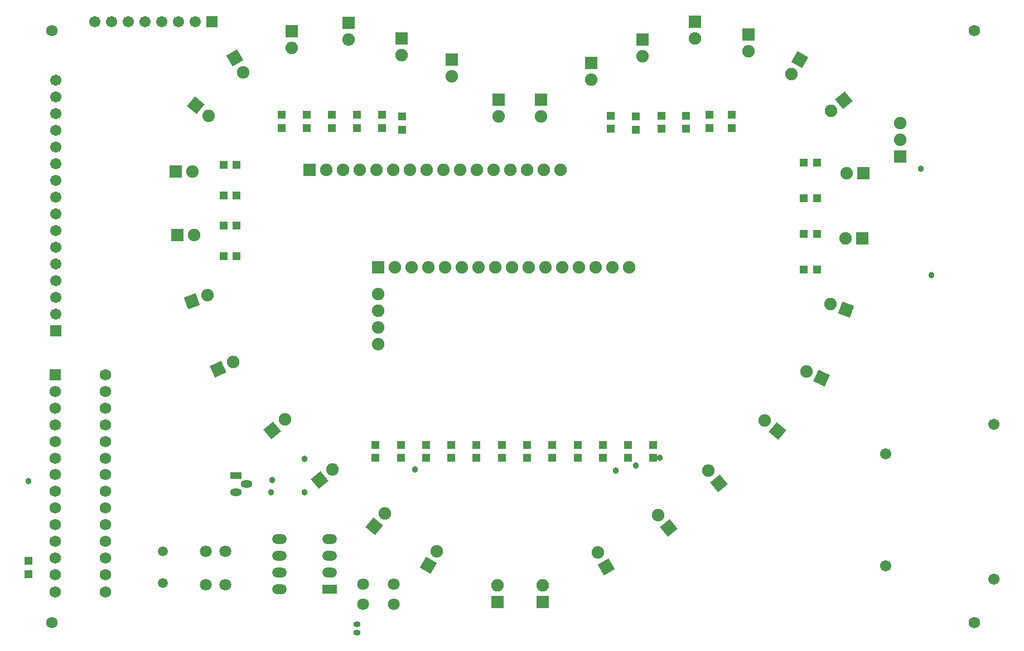
<source format=gts>
G04*
G04 #@! TF.GenerationSoftware,Altium Limited,Altium Designer,21.2.1 (34)*
G04*
G04 Layer_Color=8388736*
%FSLAX24Y24*%
%MOIN*%
G70*
G04*
G04 #@! TF.SameCoordinates,E21C5DDE-85CC-462C-932C-37DFDCE46009*
G04*
G04*
G04 #@! TF.FilePolarity,Negative*
G04*
G01*
G75*
%ADD19R,0.0474X0.0474*%
%ADD20R,0.0474X0.0474*%
%ADD21R,0.0710X0.0434*%
%ADD22O,0.0710X0.0434*%
%ADD23R,0.0671X0.0671*%
%ADD24C,0.0671*%
%ADD25R,0.0749X0.0749*%
%ADD26C,0.0749*%
%ADD27R,0.0671X0.0671*%
%ADD28O,0.0434X0.0356*%
%ADD29C,0.0710*%
%ADD30R,0.0749X0.0749*%
%ADD31P,0.1060X4X75.0*%
%ADD32P,0.1060X4X95.0*%
%ADD33P,0.1060X4X265.0*%
%ADD34P,0.1060X4X185.0*%
%ADD35C,0.0690*%
%ADD36R,0.0690X0.0690*%
%ADD37C,0.0592*%
%ADD38R,0.0880X0.0580*%
%ADD39O,0.0880X0.0580*%
%ADD40P,0.1060X4X155.0*%
%ADD41P,0.1060X4X160.0*%
%ADD42P,0.1060X4X175.0*%
%ADD43P,0.1060X4X195.0*%
%ADD44P,0.1060X4X290.0*%
%ADD45P,0.1060X4X295.0*%
%ADD46C,0.0680*%
%ADD47C,0.0380*%
D19*
X40150Y32244D02*
D03*
Y31456D02*
D03*
X850Y5594D02*
D03*
Y4806D02*
D03*
X23200Y31393D02*
D03*
Y32180D02*
D03*
X22000Y31500D02*
D03*
Y32287D02*
D03*
X20500Y31500D02*
D03*
Y32287D02*
D03*
X19000Y31500D02*
D03*
Y32287D02*
D03*
X17500Y31500D02*
D03*
Y32287D02*
D03*
X16000Y31500D02*
D03*
Y32287D02*
D03*
X21600Y12537D02*
D03*
Y11750D02*
D03*
X23109Y12537D02*
D03*
Y11750D02*
D03*
X24618Y12537D02*
D03*
Y11750D02*
D03*
X26127Y12537D02*
D03*
Y11750D02*
D03*
X27636Y12537D02*
D03*
Y11750D02*
D03*
X29145Y12537D02*
D03*
Y11750D02*
D03*
X30655Y12537D02*
D03*
Y11750D02*
D03*
X32164Y12537D02*
D03*
Y11750D02*
D03*
X33673Y12537D02*
D03*
Y11750D02*
D03*
X35182Y12537D02*
D03*
Y11750D02*
D03*
X36691Y12537D02*
D03*
Y11750D02*
D03*
X38200Y12537D02*
D03*
Y11750D02*
D03*
X42900Y31506D02*
D03*
Y32294D02*
D03*
X41550Y31506D02*
D03*
Y32294D02*
D03*
X38700Y31456D02*
D03*
Y32244D02*
D03*
X37150Y31406D02*
D03*
Y32194D02*
D03*
X35650Y31456D02*
D03*
Y32244D02*
D03*
D20*
X13294Y29294D02*
D03*
X12506D02*
D03*
X13294Y27477D02*
D03*
X12506D02*
D03*
X13294Y25660D02*
D03*
X12506D02*
D03*
X13294Y23844D02*
D03*
X12506D02*
D03*
X47200Y23044D02*
D03*
X47987D02*
D03*
X47200Y25177D02*
D03*
X47987D02*
D03*
Y27310D02*
D03*
X47200D02*
D03*
Y29444D02*
D03*
X47987D02*
D03*
D21*
X13250Y10700D02*
D03*
D22*
X13900Y10200D02*
D03*
X13250Y9700D02*
D03*
D23*
X11838Y37850D02*
D03*
D24*
X10838D02*
D03*
X9838D02*
D03*
X8838D02*
D03*
X7838D02*
D03*
X6838D02*
D03*
X5838D02*
D03*
X4838D02*
D03*
X2500Y20350D02*
D03*
Y21350D02*
D03*
Y22350D02*
D03*
Y23350D02*
D03*
Y24350D02*
D03*
Y25350D02*
D03*
Y26350D02*
D03*
Y27350D02*
D03*
Y28350D02*
D03*
Y29350D02*
D03*
Y30350D02*
D03*
Y31350D02*
D03*
Y32350D02*
D03*
Y33350D02*
D03*
Y34350D02*
D03*
X52074Y5296D02*
D03*
Y11989D02*
D03*
X58570Y13760D02*
D03*
Y4509D02*
D03*
D25*
X9650Y28894D02*
D03*
X52950Y29800D02*
D03*
X9750Y25094D02*
D03*
X50700Y24894D02*
D03*
X50750Y28794D02*
D03*
D26*
X10650Y28894D02*
D03*
X52950Y31800D02*
D03*
Y30800D02*
D03*
X10750Y25094D02*
D03*
X20000Y36800D02*
D03*
X13700Y34817D02*
D03*
X11633Y32229D02*
D03*
X44850Y13994D02*
D03*
X19650Y28994D02*
D03*
X18650D02*
D03*
X21650D02*
D03*
X22650D02*
D03*
X20650D02*
D03*
X30650D02*
D03*
X31650D02*
D03*
X32650D02*
D03*
X25650D02*
D03*
X23650D02*
D03*
X24650D02*
D03*
X28650D02*
D03*
X29650D02*
D03*
X26650D02*
D03*
X27650D02*
D03*
X11560Y21482D02*
D03*
X41479Y10983D02*
D03*
X22171Y8433D02*
D03*
X28950Y32194D02*
D03*
X26150Y34600D02*
D03*
X23150Y35850D02*
D03*
X16600Y36300D02*
D03*
X13100Y17494D02*
D03*
X16200Y14050D02*
D03*
X19033Y11071D02*
D03*
X25250Y6177D02*
D03*
X28900Y4144D02*
D03*
X31600D02*
D03*
X34900Y6083D02*
D03*
X38479Y8333D02*
D03*
X47350Y16944D02*
D03*
X48780Y20965D02*
D03*
X49700Y24894D02*
D03*
X49750Y28794D02*
D03*
X48817Y32529D02*
D03*
X46450Y34717D02*
D03*
X43900Y36100D02*
D03*
X40700Y36850D02*
D03*
X37550Y35800D02*
D03*
X34500Y34400D02*
D03*
X31500Y32194D02*
D03*
X26750Y23150D02*
D03*
X27750D02*
D03*
X28750D02*
D03*
X25750D02*
D03*
X22750D02*
D03*
X23750D02*
D03*
X24750D02*
D03*
X29750D02*
D03*
X34750D02*
D03*
X35750D02*
D03*
X33750D02*
D03*
X30750D02*
D03*
X31750D02*
D03*
X32750D02*
D03*
X36750D02*
D03*
X21750Y18575D02*
D03*
Y21575D02*
D03*
Y20575D02*
D03*
Y19575D02*
D03*
D27*
X2500Y19350D02*
D03*
D28*
X20500Y1300D02*
D03*
Y1800D02*
D03*
D29*
X20850Y4181D02*
D03*
Y3000D02*
D03*
X22700Y4181D02*
D03*
Y3000D02*
D03*
X12632Y6145D02*
D03*
X11451D02*
D03*
X12631Y4150D02*
D03*
X11450D02*
D03*
D30*
X20000Y37800D02*
D03*
X17650Y28994D02*
D03*
X28950Y33194D02*
D03*
X26150Y35600D02*
D03*
X23150Y36850D02*
D03*
X16600Y37300D02*
D03*
X28900Y3144D02*
D03*
X31600D02*
D03*
X43900Y37100D02*
D03*
X40700Y37850D02*
D03*
X37550Y36800D02*
D03*
X34500Y35400D02*
D03*
X31500Y33194D02*
D03*
X21750Y23150D02*
D03*
D31*
X13200Y35683D02*
D03*
X35400Y5217D02*
D03*
D32*
X10867Y32871D02*
D03*
X45616Y13351D02*
D03*
D33*
X42121Y10217D02*
D03*
X39121Y7567D02*
D03*
D34*
X21529Y7667D02*
D03*
D35*
X2450Y14741D02*
D03*
Y15740D02*
D03*
Y13742D02*
D03*
X5457Y9746D02*
D03*
Y10745D02*
D03*
Y11744D02*
D03*
Y12743D02*
D03*
Y13742D02*
D03*
Y14741D02*
D03*
Y15740D02*
D03*
X5453Y16739D02*
D03*
X2450Y9746D02*
D03*
Y10745D02*
D03*
Y11744D02*
D03*
Y12743D02*
D03*
Y5750D02*
D03*
Y6749D02*
D03*
Y7748D02*
D03*
Y8747D02*
D03*
X5457Y4751D02*
D03*
Y3737D02*
D03*
X2461D02*
D03*
X2450Y4751D02*
D03*
X5457Y8747D02*
D03*
Y7748D02*
D03*
Y6749D02*
D03*
Y5750D02*
D03*
D36*
X2461Y16739D02*
D03*
D37*
X8900Y6150D02*
D03*
Y4260D02*
D03*
D38*
X18850Y3900D02*
D03*
D39*
Y4900D02*
D03*
Y5900D02*
D03*
Y6900D02*
D03*
X15850Y3900D02*
D03*
Y4900D02*
D03*
Y5900D02*
D03*
Y6900D02*
D03*
D40*
X10620Y21140D02*
D03*
D41*
X12194Y17071D02*
D03*
D42*
X15434Y13407D02*
D03*
X18267Y10429D02*
D03*
X49583Y33171D02*
D03*
D43*
X24750Y5311D02*
D03*
X46950Y35583D02*
D03*
D44*
X48256Y16521D02*
D03*
D45*
X49720Y20623D02*
D03*
D46*
X57387Y1906D02*
D03*
Y37339D02*
D03*
X2269Y1906D02*
D03*
Y37339D02*
D03*
D47*
X17350Y9700D02*
D03*
X15370D02*
D03*
X17350Y11680D02*
D03*
X54820Y22710D02*
D03*
X38580Y11750D02*
D03*
X37151Y11290D02*
D03*
X35949Y10983D02*
D03*
X23940Y11071D02*
D03*
X850Y10360D02*
D03*
X15434Y10429D02*
D03*
X54200Y29050D02*
D03*
M02*

</source>
